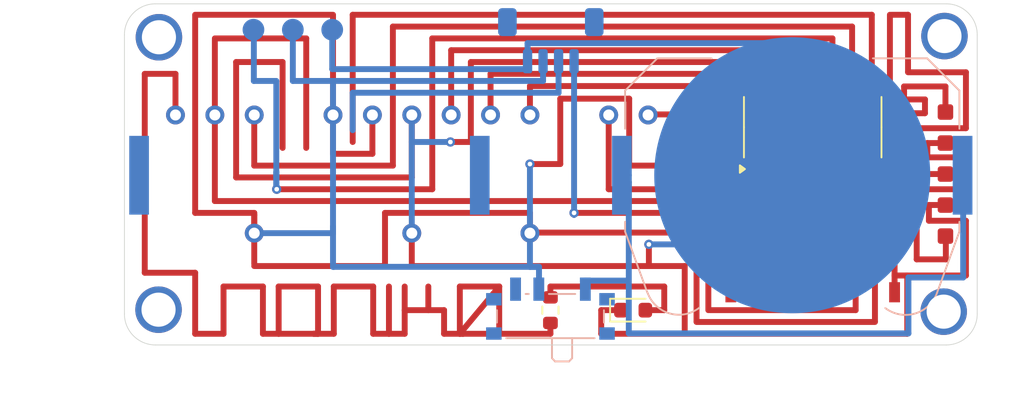
<source format=kicad_pcb>
(kicad_pcb (version 20240108) (generator "pcbnew") (generator_version "8.0")
  (title_block (title "Dot Matrix Badge"))
  (layers (0 "F.Cu" signal) (31 "B.Cu" signal) (34 "B.Paste" user) (35 "F.Paste" user) (36 "B.SilkS" user "B.Silkscreen") (37 "F.SilkS" user "F.Silkscreen") (38 "B.Mask" user) (39 "F.Mask" user) (44 "Edge.Cuts" user))
  (net 0 "")
  (net 1 "CE")
  (net 2 "GND")
  (net 3 "DIN")
  (net 4 "Net-(BT1-+)")
  (net 5 "BL")
  (net 6 "RS")
  (net 7 "CLK")
  (net 8 "UPDI")
  (net 9 "VCC")
  (net 10 "BTN1")
  (net 11 "BTN2")
  (net 12 "OSC")
  (net 13 "DOUT")
  (net 14 "SCL")
  (net 15 "SDA")
  (net 16 "RESET")
  (net 19 "Net-(D1-A)")
  (footprint "DotMatrixBadge:SW_SPST_PTS526_JLeads" (layer "F.Cu") (at 90.7034 33.8836 90)
    (property "Reference" "SW3" (hide yes))
    (property "Value" "SW_Push")
    (pad "1" smd rect (at -2.35 -1.85 90) (size 1.3 0.7) (layers "F.Cu" "F.Paste" "F.Mask") (net 11 "BTN2"))
    (pad "1" smd rect (at 2.35 -1.85 90) (size 1.3 0.7) (layers "F.Cu" "F.Paste" "F.Mask") (net 11 "BTN2"))
    (pad "2" smd rect (at -2.35 1.85 90) (size 1.3 0.7) (layers "F.Cu" "F.Paste" "F.Mask") (net 2 "GND"))
    (pad "2" smd rect (at 2.35 1.85 90) (size 1.3 0.7) (layers "F.Cu" "F.Paste" "F.Mask") (net 2 "GND"))
  )
  (footprint "DotMatrixBadge:Pads_1x5_1mm" (layer "F.Cu") (at 95.8342 28.6116 -90)
    (property "Reference" "J3" (hide yes))
    (property "Value" "Test Pads" (hide yes))
    (pad "1" smd roundrect (at -4 0 270) (size 1 1) (layers "F.Cu" "F.Mask") (roundrect_rratio 0.1785714286) (net 3 "DIN"))
    (pad "2" smd roundrect (at -2 0 270) (size 1 1) (layers "F.Cu" "F.Mask") (roundrect_rratio 0.1785714286) (net 14 "SCL"))
    (pad "3" smd roundrect (at 0 0 270) (size 1 1) (layers "F.Cu" "F.Mask") (roundrect_rratio 0.1785714286) (net 15 "SDA"))
    (pad "4" smd roundrect (at 2 0 270) (size 1 1) (layers "F.Cu" "F.Mask") (roundrect_rratio 0.1785714286) (net 2 "GND"))
    (pad "5" smd roundrect (at 4 0 270) (size 1 1) (layers "F.Cu" "F.Mask") (roundrect_rratio 0.1785714286) (net 9 "VCC"))
  )
  (footprint "Resistor_SMD:R_0603_1608Metric" (layer "F.Cu") (at 70.358 37.3888 -90)
    (property "Reference" "R1" (hide yes))
    (property "Value" "1k")
    (fp_line (start -0.237258 0.5225) (end 0.237258 0.5225) (stroke (width 0.12)) (layer "F.SilkS"))
    (fp_line (start -0.237258 -0.5225) (end 0.237258 -0.5225) (stroke (width 0.12)) (layer "F.SilkS"))
    (pad "1" smd roundrect (at -0.825 0 270) (size 0.8 0.95) (layers "F.Cu" "F.Paste" "F.Mask") (net 19 "Net-(D1-A)"))
    (pad "2" smd roundrect (at 0.825 0 270) (size 0.8 0.95) (layers "F.Cu" "F.Paste" "F.Mask") (net 13 "DOUT"))
  )
  (footprint "DotMatrixBadge:MountingHole_Custom" (layer "F.Cu") (at 45.1104 19.7884)
    (property "Reference" "H1" (hide yes))
    (property "Value" "MountingHole")
    (pad "1" thru_hole circle (at 0 0) (size 3 3) (drill 2.2) (layers "*.Cu" "*.Mask"))
  )
  (footprint "DotMatrixBadge:MountingHole_Custom" (layer "F.Cu") (at 45.085 37.3586)
    (property "Reference" "H2" (hide yes))
    (property "Value" "MountingHole")
    (pad "1" thru_hole circle (at 0 0) (size 3 3) (drill 2.2) (layers "*.Cu" "*.Mask"))
  )
  (footprint "DotMatrixBadge:HCMS-291X" (layer "F.Cu") (at 61.4172 28.6116)
    (property "Reference" "U1" (hide yes))
    (property "Value" "HCMS-291X")
    (pad "3" thru_hole circle (at -10.16 3.81) (size 1.218 1.218) (drill 0.71) (layers "*.Cu" "*.Mask") (net 9 "VCC"))
    (pad "7" thru_hole circle (at 0 3.81) (size 1.218 1.218) (drill 0.71) (layers "*.Cu" "*.Mask") (net 2 "GND"))
    (pad "10" thru_hole circle (at 7.62 3.81) (size 1.218 1.218) (drill 0.71) (layers "*.Cu" "*.Mask") (net 9 "VCC"))
    (pad "14" thru_hole circle (at 15.24 -3.81) (size 1.218 1.218) (drill 0.71) (layers "*.Cu" "*.Mask") (net 3 "DIN"))
    (pad "15" thru_hole circle (at 12.7 -3.81) (size 1.218 1.218) (drill 0.71) (layers "*.Cu" "*.Mask") (net 6 "RS"))
    (pad "17" thru_hole circle (at 7.62 -3.81) (size 1.218 1.218) (drill 0.71) (layers "*.Cu" "*.Mask") (net 7 "CLK"))
    (pad "18" thru_hole circle (at 5.08 -3.81) (size 1.218 1.218) (drill 0.71) (layers "*.Cu" "*.Mask") (net 1 "CE"))
    (pad "19" thru_hole circle (at 2.54 -3.81) (size 1.218 1.218) (drill 0.71) (layers "*.Cu" "*.Mask") (net 5 "BL"))
    (pad "20" thru_hole circle (at 0 -3.81) (size 1.218 1.218) (drill 0.71) (layers "*.Cu" "*.Mask") (net 2 "GND"))
    (pad "21" thru_hole circle (at -2.54 -3.81) (size 1.218 1.218) (drill 0.71) (layers "*.Cu" "*.Mask") (net 9 "VCC"))
    (pad "22" thru_hole circle (at -5.08 -3.81) (size 1.218 1.218) (drill 0.71) (layers "*.Cu" "*.Mask") (net 9 "VCC"))
    (pad "24" thru_hole circle (at -10.16 -3.81) (size 1.218 1.218) (drill 0.71) (layers "*.Cu" "*.Mask") (net 16 "RESET"))
    (pad "25" thru_hole circle (at -12.7 -3.81) (size 1.218 1.218) (drill 0.71) (layers "*.Cu" "*.Mask") (net 12 "OSC"))
    (pad "26" thru_hole circle (at -15.24 -3.81) (size 1.218 1.218) (drill 0.71) (layers "*.Cu" "*.Mask") (net 13 "DOUT"))
  )
  (footprint "DotMatrixBadge:MountingHole_Custom" (layer "F.Cu") (at 95.7712 19.7122)
    (property "Reference" "H3" (hide yes))
    (property "Value" "MountingHole")
    (pad "1" thru_hole circle (at 0 0) (size 3 3) (drill 2.2) (layers "*.Cu" "*.Mask"))
  )
  (footprint "DotMatrixBadge:SW_SPST_PTS526_JLeads" (layer "F.Cu") (at 83.8454 33.8836 -90)
    (property "Reference" "SW2" (hide yes))
    (property "Value" "SW_Push")
    (pad "1" smd rect (at -2.35 -1.85 270) (size 1.3 0.7) (layers "F.Cu" "F.Paste" "F.Mask") (net 10 "BTN1"))
    (pad "1" smd rect (at 2.35 -1.85 270) (size 1.3 0.7) (layers "F.Cu" "F.Paste" "F.Mask") (net 10 "BTN1"))
    (pad "2" smd rect (at -2.35 1.85 270) (size 1.3 0.7) (layers "F.Cu" "F.Paste" "F.Mask") (net 2 "GND"))
    (pad "2" smd rect (at 2.35 1.85 270) (size 1.3 0.7) (layers "F.Cu" "F.Paste" "F.Mask") (net 2 "GND"))
  )
  (footprint "DotMatrixBadge:MountingHole_Custom" (layer "F.Cu") (at 95.7204 37.4856)
    (property "Reference" "H4" (hide yes))
    (property "Value" "MountingHole")
    (pad "1" thru_hole circle (at 0 0) (size 3 3) (drill 2.2) (layers "*.Cu" "*.Mask"))
  )
  (footprint "LED_SMD:LED_0603_1608Metric" (layer "F.Cu") (at 75.692 37.3888)
    (property "Reference" "D1" (hide yes))
    (property "Value" "LED")
    (fp_line (start -1.485 -0.735) (end -1.485 0.735) (stroke (width 0.12)) (layer "F.SilkS"))
    (fp_line (start -1.485 0.735) (end 0.8 0.735) (stroke (width 0.12)) (layer "F.SilkS"))
    (fp_line (start 0.8 -0.735) (end -1.485 -0.735) (stroke (width 0.12)) (layer "F.SilkS"))
    (pad "1" smd roundrect (at -0.7875 0) (size 0.875 0.95) (layers "F.Cu" "F.Paste" "F.Mask") (net 2 "GND"))
    (pad "2" smd roundrect (at 0.7875 0) (size 0.875 0.95) (layers "F.Cu" "F.Paste" "F.Mask") (net 19 "Net-(D1-A)"))
  )
  (footprint "Package_SO:SOIC-14_3.9x8.7mm_P1.27mm" (layer "F.Cu") (at 87.2744 25.589 90)
    (property "Reference" "U2" (hide yes))
    (property "Value" "ATtiny1604-SS")
    (fp_line (start 0 -4.435) (end 1.95 -4.435) (stroke (width 0.12)) (layer "F.SilkS"))
    (fp_line (start 0 -4.435) (end -1.95 -4.435) (stroke (width 0.12)) (layer "F.SilkS"))
    (fp_line (start 0 4.435) (end 1.95 4.435) (stroke (width 0.12)) (layer "F.SilkS"))
    (fp_line (start 0 4.435) (end -1.95 4.435) (stroke (width 0.12)) (layer "F.SilkS"))
    (fp_poly (pts (xy -2.7 -4.37) (xy -2.94 -4.7) (xy -2.46 -4.7) (xy -2.7 -4.37)) (stroke (width 0.12)) (fill solid) (layer "F.SilkS"))
    (pad "1" smd roundrect (at -2.475 -3.81 90) (size 1.95 0.6) (layers "F.Cu" "F.Paste" "F.Mask") (net 9 "VCC"))
    (pad "2" smd roundrect (at -2.475 -2.54 90) (size 1.95 0.6) (layers "F.Cu" "F.Paste" "F.Mask") (net 6 "RS"))
    (pad "3" smd roundrect (at -2.475 -1.27 90) (size 1.95 0.6) (layers "F.Cu" "F.Paste" "F.Mask") (net 12 "OSC"))
    (pad "4" smd roundrect (at -2.475 0 90) (size 1.95 0.6) (layers "F.Cu" "F.Paste" "F.Mask") (net 3 "DIN"))
    (pad "5" smd roundrect (at -2.475 1.27 90) (size 1.95 0.6) (layers "F.Cu" "F.Paste" "F.Mask") (net 10 "BTN1"))
    (pad "6" smd roundrect (at -2.475 2.54 90) (size 1.95 0.6) (layers "F.Cu" "F.Paste" "F.Mask") (net 11 "BTN2"))
    (pad "7" smd roundrect (at -2.475 3.81 90) (size 1.95 0.6) (layers "F.Cu" "F.Paste" "F.Mask") (net 14 "SCL"))
    (pad "8" smd roundrect (at 2.475 3.81 90) (size 1.95 0.6) (layers "F.Cu" "F.Paste" "F.Mask") (net 15 "SDA"))
    (pad "9" smd roundrect (at 2.475 2.54 90) (size 1.95 0.6) (layers "F.Cu" "F.Paste" "F.Mask") (net 16 "RESET"))
    (pad "10" smd roundrect (at 2.475 1.27 90) (size 1.95 0.6) (layers "F.Cu" "F.Paste" "F.Mask") (net 8 "UPDI"))
    (pad "11" smd roundrect (at 2.475 0 90) (size 1.95 0.6) (layers "F.Cu" "F.Paste" "F.Mask") (net 5 "BL"))
    (pad "12" smd roundrect (at 2.475 -1.27 90) (size 1.95 0.6) (layers "F.Cu" "F.Paste" "F.Mask") (net 7 "CLK"))
    (pad "13" smd roundrect (at 2.475 -2.54 90) (size 1.95 0.6) (layers "F.Cu" "F.Paste" "F.Mask") (net 1 "CE"))
    (pad "14" smd roundrect (at 2.475 -3.81 90) (size 1.95 0.6) (layers "F.Cu" "F.Paste" "F.Mask") (net 2 "GND"))
  )
  (footprint "Button_Switch_SMD:SW_SPDT_PCM12" (layer "B.Cu") (at 70.3594 37.4652 180)
    (property "Reference" "SW1" (hide yes))
    (property "Value" "SW_SPST")
    (fp_line (start 3.45 0.07) (end 3.45 -0.72) (stroke (width 0.12)) (layer "B.SilkS"))
    (fp_line (start 2.85 -1.73) (end -2.85 -1.73) (stroke (width 0.12)) (layer "B.SilkS"))
    (fp_line (start 1.6 1.12) (end 1.4 1.12) (stroke (width 0.12)) (layer "B.SilkS"))
    (fp_line (start 0.1 1.12) (end -1.6 1.12) (stroke (width 0.12)) (layer "B.SilkS"))
    (fp_line (start -0.1 -1.73) (end -0.1 -3.02) (stroke (width 0.12)) (layer "B.SilkS"))
    (fp_line (start -0.3 -3.23) (end -0.1 -3.02) (stroke (width 0.12)) (layer "B.SilkS"))
    (fp_line (start -0.3 -3.23) (end -1.2 -3.23) (stroke (width 0.12)) (layer "B.SilkS"))
    (fp_line (start -1.2 -3.23) (end -1.4 -3.02) (stroke (width 0.12)) (layer "B.SilkS"))
    (fp_line (start -1.4 -3.02) (end -1.4 -1.73) (stroke (width 0.12)) (layer "B.SilkS"))
    (fp_line (start -3.45 -0.72) (end -3.45 0.07) (stroke (width 0.12)) (layer "B.SilkS"))
    (pad "" smd rect (at -3.65 -1.43 180) (size 1 0.8) (layers "B.Cu" "B.Paste" "B.Mask"))
    (pad "" smd rect (at -3.65 0.78 180) (size 1 0.8) (layers "B.Cu" "B.Paste" "B.Mask"))
    (pad "" np_thru_hole circle (at -1.5 -0.33 180) (size 0.9 0.9) (drill 0.9) (layers "*.Cu" "*.Mask"))
    (pad "" np_thru_hole circle (at 1.5 -0.33 180) (size 0.9 0.9) (drill 0.9) (layers "*.Cu" "*.Mask"))
    (pad "" smd rect (at 3.65 -1.43 180) (size 1 0.8) (layers "B.Cu" "B.Paste" "B.Mask"))
    (pad "" smd rect (at 3.65 0.78 180) (size 1 0.8) (layers "B.Cu" "B.Paste" "B.Mask"))
    (pad "1" smd rect (at -2.25 1.43 180) (size 0.7 1.5) (layers "B.Cu" "B.Paste" "B.Mask") (net 4 "Net-(BT1-+)"))
    (pad "2" smd rect (at 0.75 1.43 180) (size 0.7 1.5) (layers "B.Cu" "B.Paste" "B.Mask") (net 9 "VCC"))
    (pad "3" smd rect (at 2.25 1.43 180) (size 0.7 1.5) (layers "B.Cu" "B.Paste" "B.Mask"))
  )
  (footprint "DotMatrixBadge:SpareBatteryHolder_Keystone_3034_1x20mm" (layer "B.Cu") (at 54.8152 28.6878 180)
    (property "Reference" "BT2" (hide yes))
    (property "Value" "Battery_Cell")
    (pad "1" smd rect (at -10.985 0 180) (size 1.27 5.08) (layers "B.Cu" "B.Paste" "B.Mask"))
    (pad "1" smd rect (at 10.985 0 180) (size 1.27 5.08) (layers "B.Cu" "B.Paste" "B.Mask"))
  )
  (footprint "Battery:BatteryHolder_Keystone_3034_1x20mm" (layer "B.Cu") (at 85.9536 28.6878 180)
    (property "Reference" "BT1" (hide yes))
    (property "Value" "Battery_Cell")
    (fp_line (start 10.78 5.46) (end 8.7 7.54) (stroke (width 0.12)) (layer "B.SilkS"))
    (fp_line (start 10.78 3) (end 10.78 5.46) (stroke (width 0.12)) (layer "B.SilkS"))
    (fp_line (start 10.78 -3.63) (end 10.78 -3) (stroke (width 0.12)) (layer "B.SilkS"))
    (fp_line (start 9.34 -7.58) (end 10.78 -3.63) (stroke (width 0.12)) (layer "B.SilkS"))
    (fp_line (start 5.2 7.54) (end 8.7 7.54) (stroke (width 0.12)) (layer "B.SilkS"))
    (fp_line (start -8.7 7.54) (end -5.2 7.54) (stroke (width 0.12)) (layer "B.SilkS"))
    (fp_line (start -9.34 -7.58) (end -10.78 -3.63) (stroke (width 0.12)) (layer "B.SilkS"))
    (fp_line (start -10.78 5.46) (end -8.7 7.54) (stroke (width 0.12)) (layer "B.SilkS"))
    (fp_line (start -10.78 3) (end -10.78 5.46) (stroke (width 0.12)) (layer "B.SilkS"))
    (fp_line (start -10.78 -3.63) (end -10.78 -3) (stroke (width 0.12)) (layer "B.SilkS"))
    (fp_arc (start 6 -8.55) (mid 7.90634 -8.911669) (end 9.325243 -7.588169) (stroke (width 0.12)) (layer "B.SilkS"))
    (fp_arc (start -9.34 -7.58) (mid -7.921654 -8.918738) (end -6.003354 -8.56653) (stroke (width 0.12)) (layer "B.SilkS"))
    (pad "1" smd rect (at -10.985 0 180) (size 1.27 5.08) (layers "B.Cu" "B.Paste" "B.Mask") (net 4 "Net-(BT1-+)"))
    (pad "1" smd rect (at 10.985 0 180) (size 1.27 5.08) (layers "B.Cu" "B.Paste" "B.Mask") (net 4 "Net-(BT1-+)"))
    (pad "2" smd circle (at 0 0 180) (size 17.8 17.8) (layers "B.Cu" "B.Mask") (net 2 "GND"))
  )
  (footprint "DotMatrixBadge:UPDI_Pads" (layer "B.Cu") (at 51.2064 19.304)
    (property "Reference" "J1" (hide yes))
    (property "Value" "AVR-UPDI-6" (hide yes))
    (pad "1" smd circle (at 0 0) (size 1.4 1.4) (layers "B.Cu" "B.Mask") (net 8 "UPDI"))
    (pad "2" smd circle (at 2.54 0) (size 1.4 1.4) (layers "B.Cu" "B.Mask") (net 9 "VCC"))
    (pad "3" smd circle (at 5.08 0) (size 1.4 1.4) (layers "B.Cu" "B.Mask") (net 2 "GND"))
  )
  (footprint "DotMatrixBadge:JST_SH_4P_No Silkscreen" (layer "B.Cu") (at 70.3844 20.011 180)
    (property "Reference" "J2" (hide yes))
    (property "Value" "Qwiic/Stemma QT")
    (pad "1" smd roundrect (at -1.5 -1.325 180) (size 0.6 1.55) (layers "B.Cu" "B.Paste" "B.Mask") (net 14 "SCL"))
    (pad "2" smd roundrect (at -0.5 -1.325 180) (size 0.6 1.55) (layers "B.Cu" "B.Paste" "B.Mask") (net 15 "SDA"))
    (pad "3" smd roundrect (at 0.5 -1.325 180) (size 0.6 1.55) (layers "B.Cu" "B.Paste" "B.Mask") (net 9 "VCC"))
    (pad "4" smd roundrect (at 1.5 -1.325 180) (size 0.6 1.55) (layers "B.Cu" "B.Paste" "B.Mask") (net 2 "GND"))
    (pad "MP" smd roundrect (at -2.8 1.2 180) (size 1.2 1.8) (layers "B.Cu" "B.Paste" "B.Mask") (roundrect_rratio 0.208333))
    (pad "MP" smd roundrect (at 2.8 1.2 180) (size 1.2 1.8) (layers "B.Cu" "B.Paste" "B.Mask") (roundrect_rratio 0.208333))
  )
  (gr_line (start 44.8844 39.632) (end 95.8844 39.632) (stroke (width 0.05)) (layer "Edge.Cuts"))
  (gr_arc (start 44.8844 39.632) (mid 43.470186 39.046214) (end 42.8844 37.632) (stroke (width 0.05)) (layer "Edge.Cuts"))
  (gr_line (start 97.8844 19.632) (end 97.8844 37.632) (stroke (width 0.05)) (layer "Edge.Cuts"))
  (gr_arc (start 42.8844 19.632) (mid 43.470186 18.217786) (end 44.8844 17.632) (stroke (width 0.05)) (layer "Edge.Cuts"))
  (gr_arc (start 97.8844 37.632) (mid 97.298614 39.046214) (end 95.8844 39.632) (stroke (width 0.05)) (layer "Edge.Cuts"))
  (gr_line (start 44.8844 17.632) (end 95.8844 17.632) (stroke (width 0.05)) (layer "Edge.Cuts"))
  (gr_arc (start 95.8844 17.632) (mid 97.298614 18.217786) (end 97.8844 19.632) (stroke (width 0.05)) (layer "Edge.Cuts"))
  (gr_line (start 42.8844 19.632) (end 42.8844 37.632) (stroke (width 0.05)) (layer "Edge.Cuts"))
  (segment (start 84.734399 24.6888) (end 82.042 24.6888) (width 0.381) (layer "F.Cu") (net 1))
  (segment (start 82.042 22.1488) (end 66.4972 22.1488) (width 0.381) (layer "F.Cu") (net 1))
  (segment (start 66.4972 22.1488) (end 66.4972 24.8016) (width 0.381) (layer "F.Cu") (net 1))
  (segment (start 84.734399 23.114) (end 84.734399 24.6888) (width 0.381) (layer "F.Cu") (net 1))
  (segment (start 82.042 24.6888) (end 82.042 22.1488) (width 0.381) (layer "F.Cu") (net 1))
  (segment (start 94.7674 31.623) (end 94.7674 30.607) (width 0.381) (layer "F.Cu") (net 2))
  (segment (start 65.2272 21.3868) (end 65.2272 26.543) (width 0.381) (layer "F.Cu") (net 2))
  (segment (start 61.4172 34.544) (end 76.708 34.544) (width 0.381) (layer "F.Cu") (net 2))
  (segment (start 95.8342 30.607) (end 95.8342 30.6116) (width 0.381) (layer "F.Cu") (net 2))
  (segment (start 83.4644 21.3868) (end 65.2272 21.3868) (width 0.381) (layer "F.Cu") (net 2))
  (segment (start 81.9954 35.990798) (end 81.9954 31.290799) (width 0.381) (layer "F.Cu") (net 2))
  (segment (start 79.0194 34.544) (end 76.708 34.544) (width 0.381) (layer "F.Cu") (net 2))
  (segment (start 92.553399 36.2336) (end 92.553399 32.6898) (width 0.381) (layer "F.Cu") (net 2))
  (segment (start 79.0194 38.862) (end 79.0194 34.544) (width 0.381) (layer "F.Cu") (net 2))
  (segment (start 95.5756 30.353) (end 95.8342 30.6116) (width 0.381) (layer "F.Cu") (net 2))
  (segment (start 81.9954 31.290799) (end 81.995401 31.290799) (width 0.381) (layer "F.Cu") (net 2))
  (segment (start 73.6346 37.388798) (end 73.6346 38.9128) (width 0.381) (layer "F.Cu") (net 2))
  (segment (start 63.9064 26.543) (end 65.2272 26.543) (width 0.381) (layer "F.Cu") (net 2))
  (segment (start 61.4172 24.6492) (end 61.5696 24.8016) (width 0.381) (layer "F.Cu") (net 2))
  (segment (start 61.4172 34.544) (end 61.4172 32.4216) (width 0.381) (layer "F.Cu") (net 2))
  (segment (start 92.553399 35.9156) (end 92.553399 36.2336) (width 0.381) (layer "F.Cu") (net 2))
  (segment (start 74.904497 37.388798) (end 73.6346 37.388798) (width 0.381) (layer "F.Cu") (net 2))
  (segment (start 92.553399 32.6898) (end 92.553399 31.533601) (width 0.381) (layer "F.Cu") (net 2))
  (segment (start 73.6346 38.9128) (end 93.3704 38.9128) (width 0.381) (layer "F.Cu") (net 2))
  (segment (start 50.0888 21.3868) (end 53.086 21.3868) (width 0.381) (layer "F.Cu") (net 2))
  (segment (start 93.3704 35.179) (end 93.345 35.1536) (width 0.381) (layer "F.Cu") (net 2))
  (segment (start 94.7674 30.607) (end 95.8342 30.607) (width 0.381) (layer "F.Cu") (net 2))
  (segment (start 92.5534 35.990799) (end 92.553399 35.990799) (width 0.381) (layer "F.Cu") (net 2))
  (segment (start 83.4644 23.684) (end 83.4644 21.3868) (width 0.381) (layer "F.Cu") (net 2))
  (segment (start 92.553399 31.533601) (end 92.5534 31.533601) (width 0.381) (layer "F.Cu") (net 2))
  (segment (start 76.708 33.147) (end 76.708 34.544) (width 0.381) (layer "F.Cu") (net 2))
  (segment (start 61.4172 24.8016) (end 61.4172 28.829) (width 0.381) (layer "F.Cu") (net 2))
  (segment (start 53.086 21.3868) (end 53.086 26.924) (width 0.381) (layer "F.Cu") (net 2))
  (segment (start 95.8342 30.6116) (end 95.8342 30.6324) (width 0.381) (layer "F.Cu") (net 2))
  (segment (start 93.3704 38.9128) (end 93.3704 35.179) (width 0.381) (layer "F.Cu") (net 2))
  (segment (start 97.155 31.623) (end 94.7674 31.623) (width 0.381) (layer "F.Cu") (net 2))
  (segment (start 93.345 35.1536) (end 92.553399 35.1536) (width 0.381) (layer "F.Cu") (net 2))
  (segment (start 97.155 35.1536) (end 97.155 31.623) (width 0.381) (layer "F.Cu") (net 2))
  (segment (start 50.0888 28.829) (end 50.0888 21.3868) (width 0.381) (layer "F.Cu") (net 2))
  (segment (start 93.345 35.1536) (end 97.155 35.1536) (width 0.381) (layer "F.Cu") (net 2))
  (segment (start 61.4172 28.829) (end 50.0888 28.829) (width 0.381) (layer "F.Cu") (net 2))
  (via (at 63.9064 26.543) (size 0.6) (drill 0.3) (layers "F.Cu" "B.Cu") (net 2))
  (via (at 76.708 33.147) (size 0.6) (drill 0.3) (layers "F.Cu" "B.Cu") (net 2))
  (segment (start 56.286401 19.303999) (end 56.286401 21.844) (width 0.381) (layer "B.Cu") (net 2))
  (segment (start 68.8844 21.336) (end 68.8844 20.1676) (width 0.381) (layer "B.Cu") (net 2))
  (segment (start 76.708 33.147) (end 85.9536 33.147) (width 0.381) (layer "B.Cu") (net 2))
  (segment (start 85.9536 33.147) (end 85.9536 28.6878) (width 0.381) (layer "B.Cu") (net 2))
  (segment (start 56.261 19.304) (end 56.2864 19.304) (width 0.381) (layer "B.Cu") (net 2))
  (segment (start 61.4172 32.4216) (end 61.4172 24.8016) (width 0.381) (layer "B.Cu") (net 2))
  (segment (start 85.9536 28.6878) (end 85.9536 37.019) (width 0.381) (layer "B.Cu") (net 2))
  (segment (start 63.9064 26.543) (end 61.4172 26.543) (width 0.381) (layer "B.Cu") (net 2))
  (segment (start 85.9536 20.1676) (end 85.9536 28.6878) (width 0.381) (layer "B.Cu") (net 2))
  (segment (start 68.8844 21.8948) (end 68.8844 21.336) (width 0.381) (layer "B.Cu") (net 2))
  (segment (start 56.286401 21.844) (end 68.8844 21.844) (width 0.381) (layer "B.Cu") (net 2))
  (segment (start 68.8844 20.1676) (end 85.9536 20.1676) (width 0.381) (layer "B.Cu") (net 2))
  (segment (start 93.1672 23.7998) (end 94.5134 23.7998) (width 0.381) (layer "F.Cu") (net 3))
  (segment (start 95.8342 24.6116) (end 95.8342 22.9616) (width 0.381) (layer "F.Cu") (net 3))
  (segment (start 76.6572 24.765) (end 80.01 24.765) (width 0.381) (layer "F.Cu") (net 3))
  (segment (start 87.2744 26.5938) (end 87.2744 28.064) (width 0.381) (layer "F.Cu") (net 3))
  (segment (start 95.8342 22.9616) (end 93.1672 22.9616) (width 0.381) (layer "F.Cu") (net 3))
  (segment (start 93.1672 22.9616) (end 93.1672 23.7998) (width 0.381) (layer "F.Cu") (net 3))
  (segment (start 76.6572 24.8016) (end 76.7984 24.9428) (width 0.381) (layer "F.Cu") (net 3))
  (segment (start 80.01 24.765) (end 80.01 26.5938) (width 0.381) (layer "F.Cu") (net 3))
  (segment (start 94.5134 24.6888) (end 87.2744 24.6888) (width 0.381) (layer "F.Cu") (net 3))
  (segment (start 76.6572 24.8016) (end 76.6572 24.765) (width 0.381) (layer "F.Cu") (net 3))
  (segment (start 80.01 26.5938) (end 87.2744 26.5938) (width 0.381) (layer "F.Cu") (net 3))
  (segment (start 87.2744 24.6888) (end 87.2744 26.5938) (width 0.381) (layer "F.Cu") (net 3))
  (segment (start 94.5134 23.7998) (end 94.5134 24.6888) (width 0.381) (layer "F.Cu") (net 3))
  (segment (start 75.4126 29.1318) (end 74.9686 28.6878) (width 0.381) (layer "B.Cu") (net 4))
  (segment (start 75.4126 28.6878) (end 74.9686 28.6878) (width 0.381) (layer "B.Cu") (net 4))
  (segment (start 93.4466 35.2806) (end 93.4466 38.8874) (width 0.381) (layer "B.Cu") (net 4))
  (segment (start 72.6094 35.4838) (end 72.6094 36.0352) (width 0.381) (layer "B.Cu") (net 4))
  (segment (start 75.4126 38.8874) (end 75.4126 29.1318) (width 0.381) (layer "B.Cu") (net 4))
  (segment (start 93.4466 38.8874) (end 75.4126 38.8874) (width 0.381) (layer "B.Cu") (net 4))
  (segment (start 75.2348 35.4838) (end 72.6094 35.4838) (width 0.381) (layer "B.Cu") (net 4))
  (segment (start 96.9772 35.2806) (end 93.4466 35.2806) (width 0.381) (layer "B.Cu") (net 4))
  (segment (start 96.9386 28.6878) (end 96.9772 28.6878) (width 0.381) (layer "B.Cu") (net 4))
  (segment (start 96.9772 28.6878) (end 96.9772 35.2806) (width 0.381) (layer "B.Cu") (net 4))
  (segment (start 72.6214 36.1442) (end 72.6186 36.1442) (width 0.381) (layer "B.Cu") (net 4))
  (segment (start 87.2744 23.114) (end 87.2744 20.6248) (width 0.381) (layer "F.Cu") (net 5))
  (segment (start 87.2744 20.6248) (end 63.9572 20.6248) (width 0.381) (layer "F.Cu") (net 5))
  (segment (start 63.9572 20.6248) (end 63.9572 24.8016) (width 0.381) (layer "F.Cu") (net 5))
  (segment (start 84.7344 29.591) (end 84.7344 28.064) (width 0.381) (layer "F.Cu") (net 6))
  (segment (start 74.1172 29.591) (end 84.7344 29.591) (width 0.381) (layer "F.Cu") (net 6))
  (segment (start 74.1172 24.8016) (end 74.1172 29.591) (width 0.381) (layer "F.Cu") (net 6))
  (segment (start 86.0044 25.6032) (end 86.0044 23.114) (width 0.381) (layer "F.Cu") (net 7))
  (segment (start 81.026 22.9362) (end 81.026 25.6032) (width 0.381) (layer "F.Cu") (net 7))
  (segment (start 81.026 25.6032) (end 86.0044 25.6032) (width 0.381) (layer "F.Cu") (net 7))
  (segment (start 69.0372 22.9362) (end 81.026 22.9362) (width 0.381) (layer "F.Cu") (net 7))
  (segment (start 69.0372 24.8016) (end 69.0372 22.9362) (width 0.381) (layer "F.Cu") (net 7))
  (segment (start 52.705 29.5195) (end 52.7765 29.591) (width 0.381) (layer "F.Cu") (net 8))
  (segment (start 52.7765 29.591) (end 62.738 29.591) (width 0.381) (layer "F.Cu") (net 8))
  (segment (start 88.544399 19.8628) (end 88.544399 23.114001) (width 0.381) (layer "F.Cu") (net 8))
  (segment (start 62.738 29.591) (end 62.738 19.8628) (width 0.381) (layer "F.Cu") (net 8))
  (segment (start 62.738 19.8628) (end 88.544399 19.8628) (width 0.381) (layer "F.Cu") (net 8))
  (via (at 52.705 29.591) (size 0.6) (drill 0.3) (layers "F.Cu" "B.Cu") (net 8))
  (segment (start 52.6796 22.606) (end 51.2318 22.606) (width 0.381) (layer "B.Cu") (net 8))
  (segment (start 51.2318 22.606) (end 51.2318 19.304) (width 0.381) (layer "B.Cu") (net 8))
  (segment (start 51.2318 19.304) (end 51.2064 19.304) (width 0.381) (layer "B.Cu") (net 8))
  (segment (start 52.6796 28.829) (end 52.6796 28.4734) (width 0.381) (layer "B.Cu") (net 8))
  (segment (start 52.6796 29.5656) (end 52.6796 22.6568) (width 0.381) (layer "B.Cu") (net 8))
  (segment (start 52.6796 29.5195) (end 52.705 29.5195) (width 0.381) (layer "B.Cu") (net 8))
  (segment (start 52.6796 28.4734) (end 52.6796 29.5195) (width 0.381) (layer "B.Cu") (net 8))
  (segment (start 52.705 29.591) (end 52.6796 29.5656) (width 0.381) (layer "B.Cu") (net 8))
  (segment (start 51.2572 31.242) (end 51.2572 32.4216) (width 0.381) (layer "F.Cu") (net 9))
  (segment (start 47.4472 18.415) (end 47.4472 31.115) (width 0.381) (layer "F.Cu") (net 9))
  (segment (start 51.2572 31.115) (end 51.2572 31.242) (width 0.381) (layer "F.Cu") (net 9))
  (segment (start 59.69 31.115) (end 69.0372 31.115) (width 0.381) (layer "F.Cu") (net 9))
  (segment (start 69.0372 27.9654) (end 70.993 27.9654) (width 0.381) (layer "F.Cu") (net 9))
  (segment (start 95.8342 32.639) (end 95.8342 32.6116) (width 0.381) (layer "F.Cu") (net 9))
  (segment (start 91.6432 30.353) (end 93.98 30.353) (width 0.381) (layer "F.Cu") (net 9))
  (segment (start 93.98 34.1122) (end 95.8596 34.1122) (width 0.381) (layer "F.Cu") (net 9))
  (segment (start 58.8772 27.305) (end 58.8772 24.8016) (width 0.381) (layer "F.Cu") (net 9))
  (segment (start 83.4644 27.367) (end 83.4644 28.064) (width 0.381) (layer "F.Cu") (net 9))
  (segment (start 69.0372 32.385) (end 79.7814 32.385) (width 0.381) (layer "F.Cu") (net 9))
  (segment (start 91.2876 33.4645) (end 91.6432 33.4645) (width 0.381) (layer "F.Cu") (net 9))
  (segment (start 91.2876 38.1) (end 91.2876 33.4645) (width 0.381) (layer "F.Cu") (net 9))
  (segment (start 75.438 28.067) (end 83.4644 28.067) (width 0.381) (layer "F.Cu") (net 9))
  (segment (start 56.3372 18.3388) (end 47.4472 18.3388) (width 0.381) (layer "F.Cu") (net 9))
  (segment (start 79.7814 32.385) (end 79.7814 38.1) (width 0.381) (layer "F.Cu") (net 9))
  (segment (start 69.0372 31.115) (end 69.0372 32.4216) (width 0.381) (layer "F.Cu") (net 9))
  (segment (start 95.8596 32.6116) (end 95.8342 32.6116) (width 0.381) (layer "F.Cu") (net 9))
  (segment (start 56.3372 27.305) (end 58.8772 27.305) (width 0.381) (layer "F.Cu") (net 9))
  (segment (start 51.2572 31.242) (end 51.2572 34.417) (width 0.381) (layer "F.Cu") (net 9))
  (segment (start 75.438 23.749) (end 75.438 28.067) (width 0.381) (layer "F.Cu") (net 9))
  (segment (start 56.3372 24.8016) (end 56.3372 27.305) (width 0.381) (layer "F.Cu") (net 9))
  (segment (start 70.993 27.9654) (end 70.993 23.749) (width 0.381) (layer "F.Cu") (net 9))
  (segment (start 59.69 31.115) (end 59.69 34.544) (width 0.381) (layer "F.Cu") (net 9))
  (segment (start 93.98 30.353) (end 93.98 34.1122) (width 0.381) (layer "F.Cu") (net 9))
  (segment (start 91.6432 33.4645) (end 91.6432 30.353) (width 0.381) (layer "F.Cu") (net 9))
  (segment (start 95.8596 34.1122) (end 95.8596 32.6116) (width 0.381) (layer "F.Cu") (net 9))
  (segment (start 47.4472 31.115) (end 51.2572 31.115) (width 0.381) (layer "F.Cu") (net 9))
  (segment (start 51.2572 34.544) (end 59.69 34.544) (width 0.381) (layer "F.Cu") (net 9))
  (segment (start 83.4644 28.067) (end 83.4644 28.064) (width 0.381) (layer "F.Cu") (net 9))
  (segment (start 70.993 23.749) (end 75.438 23.749) (width 0.381) (layer "F.Cu") (net 9))
  (segment (start 56.3372 24.8016) (end 56.3372 18.415) (width 0.381) (layer "F.Cu") (net 9))
  (segment (start 79.7814 38.1508) (end 91.2876 38.1508) (width 0.381) (layer "F.Cu") (net 9))
  (via (at 69.0372 27.9654) (size 0.6) (drill 0.3) (layers "F.Cu" "B.Cu") (net 9))
  (segment (start 56.3372 22.86) (end 56.3372 24.8016) (width 0.381) (layer "B.Cu") (net 9))
  (segment (start 69.0372 27.9654) (end 69.0372 32.4216) (width 0.381) (layer "B.Cu") (net 9))
  (segment (start 69.6214 34.5948) (end 69.0372 34.5948) (width 0.381) (layer "B.Cu") (net 9))
  (segment (start 56.3372 32.004) (end 56.3372 32.4216) (width 0.381) (layer "B.Cu") (net 9))
  (segment (start 56.3372 34.5948) (end 56.388 34.5948) (width 0.381) (layer "B.Cu") (net 9))
  (segment (start 56.388 34.5948) (end 69.6214 34.5948) (width 0.381) (layer "B.Cu") (net 9))
  (segment (start 69.0372 34.5948) (end 69.0372 32.4216) (width 0.381) (layer "B.Cu") (net 9))
  (segment (start 56.3372 32.004) (end 56.3372 34.5948) (width 0.381) (layer "B.Cu") (net 9))
  (segment (start 53.7464 22.606) (end 69.884401 22.606) (width 0.381) (layer "B.Cu") (net 9))
  (segment (start 69.6214 36.1442) (end 69.6214 34.6202) (width 0.381) (layer "B.Cu") (net 9))
  (segment (start 69.884401 21.336001) (end 69.884401 22.606) (width 0.381) (layer "B.Cu") (net 9))
  (segment (start 69.6214 34.5948) (end 69.6214 34.6202) (width 0.381) (layer "B.Cu") (net 9))
  (segment (start 56.3372 24.8016) (end 56.3372 32.004) (width 0.381) (layer "B.Cu") (net 9))
  (segment (start 56.3372 32.4216) (end 51.2572 32.4216) (width 0.381) (layer "B.Cu") (net 9))
  (segment (start 69.884401 21.336001) (end 69.85 21.336001) (width 0.381) (layer "B.Cu") (net 9))
  (segment (start 53.7464 19.304) (end 53.7464 22.606) (width 0.381) (layer "B.Cu") (net 9))
  (segment (start 88.5444 29.591) (end 87.3252 29.591) (width 0.381) (layer "F.Cu") (net 10))
  (segment (start 85.6954 35.990799) (end 85.6954 31.2908) (width 0.381) (layer "F.Cu") (net 10))
  (segment (start 87.3252 29.591) (end 87.3252 35.990799) (width 0.381) (layer "F.Cu") (net 10))
  (segment (start 88.5444 28.064) (end 88.5444 29.591) (width 0.381) (layer "F.Cu") (net 10))
  (segment (start 87.3252 35.990799) (end 85.6954 35.990799) (width 0.381) (layer "F.Cu") (net 10))
  (segment (start 88.8534 31.290799) (end 88.8534 35.990798) (width 0.381) (layer "F.Cu") (net 11))
  (segment (start 89.814401 30.353) (end 88.8492 30.353) (width 0.381) (layer "F.Cu") (net 11))
  (segment (start 88.8534 30.353) (end 88.8534 31.5336) (width 0.381) (layer "F.Cu") (net 11))
  (segment (start 89.814401 27.860799) (end 89.814401 30.353) (width 0.381) (layer "F.Cu") (net 11))
  (segment (start 88.8492 31.5336) (end 88.8534 31.5336) (width 0.381) (layer "F.Cu") (net 11))
  (segment (start 86.004401 28.063999) (end 86.004401 30.3276) (width 0.381) (layer "F.Cu") (net 12))
  (segment (start 54.61 19.8628) (end 54.61 26.924) (width 0.381) (layer "F.Cu") (net 12))
  (segment (start 48.7172 30.353) (end 86.004401 30.353) (width 0.381) (layer "F.Cu") (net 12))
  (segment (start 48.7172 24.8016) (end 48.7172 30.353) (width 0.381) (layer "F.Cu") (net 12))
  (segment (start 48.7172 19.8628) (end 54.61 19.8628) (width 0.381) (layer "F.Cu") (net 12))
  (segment (start 48.7172 24.8016) (end 48.7172 19.939) (width 0.381) (layer "F.Cu") (net 12))
  (segment (start 55.372 35.8648) (end 55.372 38.9128) (width 0.381) (layer "F.Cu") (net 13))
  (segment (start 63.5 38.9128) (end 64.7192 38.9128) (width 0.381) (layer "F.Cu") (net 13))
  (segment (start 67.056 38.9128) (end 70.358 38.9128) (width 0.381) (layer "F.Cu") (net 13))
  (segment (start 52.832 38.9128) (end 51.816 38.9128) (width 0.381) (layer "F.Cu") (net 13))
  (segment (start 52.832 38.9128) (end 55.372 38.9128) (width 0.381) (layer "F.Cu") (net 13))
  (segment (start 64.516 35.8648) (end 64.516 38.9128) (width 0.381) (layer "F.Cu") (net 13))
  (segment (start 59.944 35.8648) (end 59.944 38.9128) (width 0.381) (layer "F.Cu") (net 13))
  (segment (start 64.516 38.9128) (end 64.7192 38.9128) (width 0.381) (layer "F.Cu") (net 13))
  (segment (start 60.96 37.3888) (end 63.5 37.3888) (width 0.381) (layer "F.Cu") (net 13))
  (segment (start 49.276 35.8648) (end 49.276 38.9128) (width 0.381) (layer "F.Cu") (net 13))
  (segment (start 52.832 35.8648) (end 52.832 38.9128) (width 0.381) (layer "F.Cu") (net 13))
  (segment (start 44.196 34.9758) (end 44.196 22.1488) (width 0.381) (layer "F.Cu") (net 13))
  (segment (start 70.358 38.9128) (end 70.358 38.2138) (width 0.381) (layer "F.Cu") (net 13))
  (segment (start 67.056 35.8648) (end 67.056 38.9128) (width 0.381) (layer "F.Cu") (net 13))
  (segment (start 63.5 37.3888) (end 63.5 38.9128) (width 0.381) (layer "F.Cu") (net 13))
  (segment (start 56.388 38.9128) (end 55.0926 38.9128) (width 0.381) (layer "F.Cu") (net 13))
  (segment (start 64.516 35.8648) (end 67.056 35.8648) (width 0.381) (layer "F.Cu") (net 13))
  (segment (start 47.4472 34.9758) (end 44.196 34.9758) (width 0.381) (layer "F.Cu") (net 13))
  (segment (start 56.388 35.8648) (end 56.388 38.9128) (width 0.381) (layer "F.Cu") (net 13))
  (segment (start 46.1772 22.1488) (end 46.1772 24.8016) (width 0.381) (layer "F.Cu") (net 13))
  (segment (start 62.484 35.8648) (end 62.484 37.3888) (width 0.381) (layer "F.Cu") (net 13))
  (segment (start 52.832 35.8648) (end 55.372 35.8648) (width 0.381) (layer "F.Cu") (net 13))
  (segment (start 49.276 38.9128) (end 47.4472 38.9128) (width 0.381) (layer "F.Cu") (net 13))
  (segment (start 58.928 35.8648) (end 58.928 38.9128) (width 0.381) (layer "F.Cu") (net 13))
  (segment (start 64.7192 38.9128) (end 67.056 38.9128) (width 0.381) (layer "F.Cu") (net 13))
  (segment (start 60.96 38.9128) (end 59.944 38.9128) (width 0.381) (layer "F.Cu") (net 13))
  (segment (start 47.4472 38.9128) (end 47.4472 34.9758) (width 0.381) (layer "F.Cu") (net 13))
  (segment (start 44.196 22.1488) (end 46.1772 22.1488) (width 0.381) (layer "F.Cu") (net 13))
  (segment (start 59.944 38.9128) (end 58.928 38.9128) (width 0.381) (layer "F.Cu") (net 13))
  (segment (start 60.96 35.8648) (end 60.96 38.9128) (width 0.381) (layer "F.Cu") (net 13))
  (segment (start 67.056 35.8648) (end 64.516 38.9128) (width 0.381) (layer "F.Cu") (net 13))
  (segment (start 51.816 38.9128) (end 51.816 35.8648) (width 0.381) (layer "F.Cu") (net 13))
  (segment (start 55.0926 38.9128) (end 55.372 38.9128) (width 0.381) (layer "F.Cu") (net 13))
  (segment (start 56.388 35.8648) (end 58.928 35.8648) (width 0.381) (layer "F.Cu") (net 13))
  (segment (start 51.816 35.8648) (end 49.276 35.8648) (width 0.381) (layer "F.Cu") (net 13))
  (segment (start 90.6272 32.385) (end 90.043 32.385) (width 0.381) (layer "F.Cu") (net 14))
  (segment (start 90.043 32.385) (end 90.043 37.3888) (width 0.381) (layer "F.Cu") (net 14))
  (segment (start 95.8342 26.6116) (end 95.8342 26.543) (width 0.381) (layer "F.Cu") (net 14))
  (segment (start 80.5434 37.3888) (end 80.5434 31.115) (width 0.381) (layer "F.Cu") (net 14))
  (segment (start 90.6272 29.591) (end 90.6272 32.258) (width 0.381) (layer "F.Cu") (net 14))
  (segment (start 91.084401 29.5656) (end 91.084401 25.7048) (width 0.381) (layer "F.Cu") (net 14))
  (segment (start 90.043 37.3888) (end 80.645 37.3888) (width 0.381) (layer "F.Cu") (net 14))
  (segment (start 92.6338 29.591) (end 97.1042 29.591) (width 0.381) (layer "F.Cu") (net 14))
  (segment (start 94.6658 27.5336) (end 94.6658 26.6116) (width 0.381) (layer "F.Cu") (net 14))
  (segment (start 91.084401 25.7048) (end 92.6338 25.7048) (width 0.381) (layer "F.Cu") (net 14))
  (segment (start 97.1042 27.5336) (end 94.6658 27.5336) (width 0.381) (layer "F.Cu") (net 14))
  (segment (start 92.6338 25.7048) (end 92.6338 29.591) (width 0.381) (layer "F.Cu") (net 14))
  (segment (start 94.6658 26.6116) (end 95.8342 26.6116) (width 0.381) (layer "F.Cu") (net 14))
  (segment (start 91.084401 29.591) (end 90.6272 29.591) (width 0.381) (layer "F.Cu") (net 14))
  (segment (start 97.1042 29.591) (end 97.1042 27.5336) (width 0.381) (layer "F.Cu") (net 14))
  (segment (start 71.882 31.242) (end 71.882 31.115) (width 0.381) (layer "F.Cu") (net 14))
  (segment (start 95.8342 26.67) (end 95.8342 26.6116) (width 0.381) (layer "F.Cu") (net 14))
  (segment (start 80.5434 31.115) (end 72.009 31.115) (width 0.381) (layer "F.Cu") (net 14))
  (via (at 71.882 31.115) (size 0.6) (drill 0.3) (layers "F.Cu" "B.Cu") (net 14))
  (segment (start 71.882 31.242) (end 71.8844 31.2396) (width 0.381) (layer "B.Cu") (net 14))
  (segment (start 71.8844 31.2396) (end 71.8844 21.336) (width 0.381) (layer "B.Cu") (net 14))
  (segment (start 71.882 31.115) (end 71.882 31.242) (width 0.381) (layer "B.Cu") (net 14))
  (segment (start 93.6752 28.6116) (end 95.8342 28.6116) (width 0.381) (layer "F.Cu") (net 15))
  (segment (start 93.4212 18.3388) (end 92.3544 18.3388) (width 0.381) (layer "F.Cu") (net 15))
  (segment (start 91.0844 23.114) (end 91.2622 22.9362) (width 0.381) (layer "F.Cu") (net 15))
  (segment (start 91.0844 18.3388) (end 57.6072 18.3388) (width 0.381) (layer "F.Cu") (net 15))
  (segment (start 92.2528 22.9362) (end 92.2528 18.3388) (width 0.381) (layer "F.Cu") (net 15))
  (segment (start 57.6072 18.3388) (end 57.6072 26.543) (width 0.381) (layer "F.Cu") (net 15))
  (segment (start 91.0844 23.114) (end 91.0844 18.3388) (width 0.381) (layer "F.Cu") (net 15))
  (segment (start 93.4212 22.0472) (end 97.155 22.0472) (width 0.381) (layer "F.Cu") (net 15))
  (segment (start 91.2622 22.9362) (end 92.2528 22.9362) (width 0.381) (layer "F.Cu") (net 15))
  (segment (start 93.4212 18.3388) (end 93.4212 21.9964) (width 0.381) (layer "F.Cu") (net 15))
  (segment (start 97.155 25.654) (end 93.6752 25.654) (width 0.381) (layer "F.Cu") (net 15))
  (segment (start 93.6752 25.654) (end 93.6752 28.6116) (width 0.381) (layer "F.Cu") (net 15))
  (segment (start 97.155 22.0472) (end 97.155 25.654) (width 0.381) (layer "F.Cu") (net 15))
  (segment (start 57.6072 23.368) (end 57.6072 25.781) (width 0.381) (layer "B.Cu") (net 15))
  (segment (start 70.884399 21.336001) (end 70.884399 23.368) (width 0.381) (layer "B.Cu") (net 15))
  (segment (start 70.884399 23.368) (end 57.6072 23.368) (width 0.381) (layer "B.Cu") (net 15))
  (segment (start 51.2572 28.067) (end 60.198 28.067) (width 0.381) (layer "F.Cu") (net 16))
  (segment (start 89.8144 19.1008) (end 60.198 19.1008) (width 0.381) (layer "F.Cu") (net 16))
  (segment (start 60.198 19.1008) (end 60.198 28.067) (width 0.381) (layer "F.Cu") (net 16))
  (segment (start 51.2572 24.8016) (end 51.2572 28.067) (width 0.381) (layer "F.Cu") (net 16))
  (segment (start 89.8144 23.114) (end 89.8144 19.1008) (width 0.381) (layer "F.Cu") (net 16))
  (segment (start 51.2064 24.8016) (end 51.2572 24.8016) (width 0.381) (layer "B.Cu") (net 16))
  (segment (start 76.479503 37.388802) (end 77.6986 37.388802) (width 0.381) (layer "F.Cu") (net 19))
  (segment (start 70.358 35.8648) (end 70.358 36.495998) (width 0.381) (layer "F.Cu") (net 19))
  (segment (start 77.6986 37.388802) (end 77.6986 35.8648) (width 0.381) (layer "F.Cu") (net 19))
  (segment (start 77.6986 35.8648) (end 70.358 35.8648) (width 0.381) (layer "F.Cu") (net 19))
)
</source>
